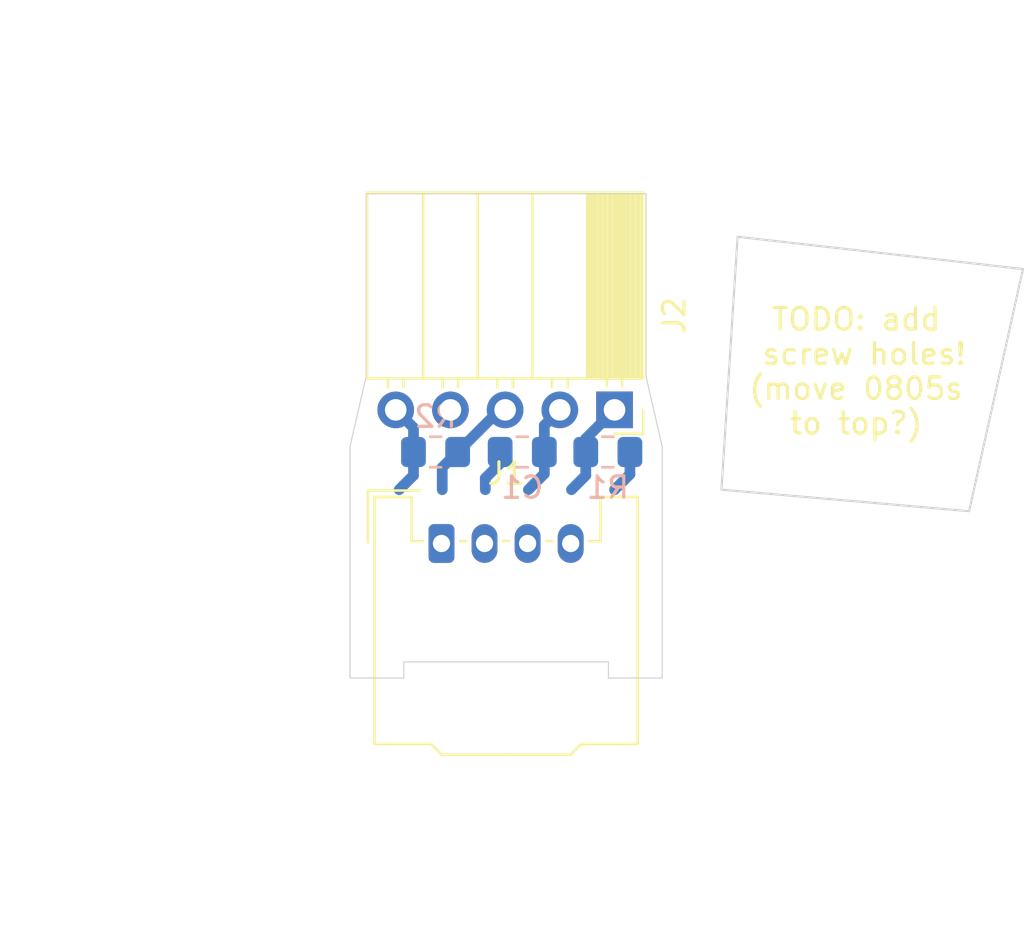
<source format=kicad_pcb>
(kicad_pcb (version 20171130) (host pcbnew "(5.1.6)-1")

  (general
    (thickness 1.6)
    (drawings 17)
    (tracks 22)
    (zones 0)
    (modules 5)
    (nets 6)
  )

  (page A4)
  (layers
    (0 F.Cu signal)
    (31 B.Cu signal)
    (32 B.Adhes user)
    (33 F.Adhes user)
    (34 B.Paste user)
    (35 F.Paste user)
    (36 B.SilkS user)
    (37 F.SilkS user)
    (38 B.Mask user)
    (39 F.Mask user)
    (40 Dwgs.User user)
    (41 Cmts.User user)
    (42 Eco1.User user)
    (43 Eco2.User user)
    (44 Edge.Cuts user)
    (45 Margin user)
    (46 B.CrtYd user)
    (47 F.CrtYd user)
    (48 B.Fab user)
    (49 F.Fab user)
  )

  (setup
    (last_trace_width 0.25)
    (user_trace_width 0.5)
    (trace_clearance 0.2)
    (zone_clearance 0.508)
    (zone_45_only no)
    (trace_min 0.2)
    (via_size 0.8)
    (via_drill 0.4)
    (via_min_size 0.4)
    (via_min_drill 0.3)
    (uvia_size 0.3)
    (uvia_drill 0.1)
    (uvias_allowed no)
    (uvia_min_size 0.2)
    (uvia_min_drill 0.1)
    (edge_width 0.05)
    (segment_width 0.2)
    (pcb_text_width 0.3)
    (pcb_text_size 1.5 1.5)
    (mod_edge_width 0.12)
    (mod_text_size 1 1)
    (mod_text_width 0.15)
    (pad_size 1.524 1.524)
    (pad_drill 0.762)
    (pad_to_mask_clearance 0.05)
    (aux_axis_origin 0 0)
    (visible_elements 7FFFFFFF)
    (pcbplotparams
      (layerselection 0x010fc_ffffffff)
      (usegerberextensions false)
      (usegerberattributes true)
      (usegerberadvancedattributes true)
      (creategerberjobfile true)
      (excludeedgelayer true)
      (linewidth 0.100000)
      (plotframeref false)
      (viasonmask false)
      (mode 1)
      (useauxorigin false)
      (hpglpennumber 1)
      (hpglpenspeed 20)
      (hpglpendiameter 15.000000)
      (psnegative false)
      (psa4output false)
      (plotreference true)
      (plotvalue true)
      (plotinvisibletext false)
      (padsonsilk false)
      (subtractmaskfromsilk false)
      (outputformat 1)
      (mirror false)
      (drillshape 1)
      (scaleselection 1)
      (outputdirectory ""))
  )

  (net 0 "")
  (net 1 /GND)
  (net 2 /channel_I)
  (net 3 /5V)
  (net 4 /A)
  (net 5 /B)

  (net_class Default "This is the default net class."
    (clearance 0.2)
    (trace_width 0.25)
    (via_dia 0.8)
    (via_drill 0.4)
    (uvia_dia 0.3)
    (uvia_drill 0.1)
    (add_net /5V)
    (add_net /A)
    (add_net /B)
    (add_net /GND)
    (add_net /channel_I)
  )

  (module FK_connectors:Molex_MicroClasp_55935-0410_1x04_P2.00mm_Horizontal_3DMODEL (layer F.Cu) (tedit 603CBB0D) (tstamp 603D21C6)
    (at 150.5 89.5)
    (descr "Molex MicroClasp Wire-to-Board System, 55935-0410, with PCB locator, 4 Pins (http://www.molex.com/pdm_docs/sd/559350210_sd.pdf), generated with kicad-footprint-generator")
    (tags "connector Molex MicroClasp horizontal")
    (path /603CD8A1)
    (fp_text reference J1 (at 3 -3.25) (layer F.SilkS)
      (effects (font (size 1 1) (thickness 0.15)))
    )
    (fp_text value molex-51382-0400-microclasp (at 3 10.9) (layer F.Fab)
      (effects (font (size 1 1) (thickness 0.15)))
    )
    (fp_text user %R (at 3 8.5) (layer F.Fab)
      (effects (font (size 1 1) (thickness 0.15)))
    )
    (fp_line (start 9.5 -2.55) (end -3.5 -2.55) (layer F.CrtYd) (width 0.05))
    (fp_line (start 9.5 10.2) (end 9.5 -2.55) (layer F.CrtYd) (width 0.05))
    (fp_line (start -3.5 10.2) (end 9.5 10.2) (layer F.CrtYd) (width 0.05))
    (fp_line (start -3.5 -2.55) (end -3.5 10.2) (layer F.CrtYd) (width 0.05))
    (fp_line (start 0 0.707107) (end 0.5 0) (layer F.Fab) (width 0.1))
    (fp_line (start -0.5 0) (end 0 0.707107) (layer F.Fab) (width 0.1))
    (fp_line (start -3.41 -2.46) (end -1 -2.46) (layer F.SilkS) (width 0.12))
    (fp_line (start -3.41 -0.05) (end -3.41 -2.46) (layer F.SilkS) (width 0.12))
    (fp_line (start 4.86 -0.11) (end 5.14 -0.11) (layer F.SilkS) (width 0.12))
    (fp_line (start 2.86 -0.11) (end 3.14 -0.11) (layer F.SilkS) (width 0.12))
    (fp_line (start 0.86 -0.11) (end 1.14 -0.11) (layer F.SilkS) (width 0.12))
    (fp_line (start 7.39 -0.11) (end 6.86 -0.11) (layer F.SilkS) (width 0.12))
    (fp_line (start 7.39 -2.16) (end 7.39 -0.11) (layer F.SilkS) (width 0.12))
    (fp_line (start 9.11 -2.16) (end 7.39 -2.16) (layer F.SilkS) (width 0.12))
    (fp_line (start 9.11 9.31) (end 9.11 -2.16) (layer F.SilkS) (width 0.12))
    (fp_line (start 6.5 9.31) (end 9.11 9.31) (layer F.SilkS) (width 0.12))
    (fp_line (start 6 9.81) (end 6.5 9.31) (layer F.SilkS) (width 0.12))
    (fp_line (start 3 9.81) (end 6 9.81) (layer F.SilkS) (width 0.12))
    (fp_line (start -1.39 -0.11) (end -0.86 -0.11) (layer F.SilkS) (width 0.12))
    (fp_line (start -1.39 -2.16) (end -1.39 -0.11) (layer F.SilkS) (width 0.12))
    (fp_line (start -3.11 -2.16) (end -1.39 -2.16) (layer F.SilkS) (width 0.12))
    (fp_line (start -3.11 9.31) (end -3.11 -2.16) (layer F.SilkS) (width 0.12))
    (fp_line (start -0.5 9.31) (end -3.11 9.31) (layer F.SilkS) (width 0.12))
    (fp_line (start 0 9.81) (end -0.5 9.31) (layer F.SilkS) (width 0.12))
    (fp_line (start 3 9.81) (end 0 9.81) (layer F.SilkS) (width 0.12))
    (fp_line (start 7.5 0) (end 3 0) (layer F.Fab) (width 0.1))
    (fp_line (start 7.5 -2.05) (end 7.5 0) (layer F.Fab) (width 0.1))
    (fp_line (start 9 -2.05) (end 7.5 -2.05) (layer F.Fab) (width 0.1))
    (fp_line (start 9 9.2) (end 9 -2.05) (layer F.Fab) (width 0.1))
    (fp_line (start 6.39 9.2) (end 9 9.2) (layer F.Fab) (width 0.1))
    (fp_line (start 5.89 9.7) (end 6.39 9.2) (layer F.Fab) (width 0.1))
    (fp_line (start 3 9.7) (end 5.89 9.7) (layer F.Fab) (width 0.1))
    (fp_line (start -1.5 0) (end 3 0) (layer F.Fab) (width 0.1))
    (fp_line (start -1.5 -2.05) (end -1.5 0) (layer F.Fab) (width 0.1))
    (fp_line (start -3 -2.05) (end -1.5 -2.05) (layer F.Fab) (width 0.1))
    (fp_line (start -3 9.2) (end -3 -2.05) (layer F.Fab) (width 0.1))
    (fp_line (start -0.39 9.2) (end -3 9.2) (layer F.Fab) (width 0.1))
    (fp_line (start 0.11 9.7) (end -0.39 9.2) (layer F.Fab) (width 0.1))
    (fp_line (start 3 9.7) (end 0.11 9.7) (layer F.Fab) (width 0.1))
    (pad 1 thru_hole roundrect (at 0 0) (size 1.2 1.8) (drill 0.8) (layers *.Cu *.Mask) (roundrect_rratio 0.208333)
      (net 1 /GND))
    (pad 2 thru_hole oval (at 2 0) (size 1.2 1.8) (drill 0.8) (layers *.Cu *.Mask)
      (net 4 /A))
    (pad 3 thru_hole oval (at 4 0) (size 1.2 1.8) (drill 0.8) (layers *.Cu *.Mask)
      (net 3 /5V))
    (pad 4 thru_hole oval (at 6 0) (size 1.2 1.8) (drill 0.8) (layers *.Cu *.Mask)
      (net 5 /B))
    (pad "" np_thru_hole circle (at 8 2.4) (size 1.2 1.2) (drill 1.2) (layers *.Cu *.Mask))
    (pad "" np_thru_hole circle (at -2 2.4) (size 1.2 1.2) (drill 1.2) (layers *.Cu *.Mask))
    (model ${KIPRJMOD}/559350430.stp
      (offset (xyz 3 2 0))
      (scale (xyz 1 1 1))
      (rotate (xyz 180 0 0))
    )
  )

  (module Resistor_SMD:R_0805_2012Metric_Pad1.15x1.40mm_HandSolder (layer B.Cu) (tedit 5B36C52B) (tstamp 603841DB)
    (at 150.225 85.25 180)
    (descr "Resistor SMD 0805 (2012 Metric), square (rectangular) end terminal, IPC_7351 nominal with elongated pad for handsoldering. (Body size source: https://docs.google.com/spreadsheets/d/1BsfQQcO9C6DZCsRaXUlFlo91Tg2WpOkGARC1WS5S8t0/edit?usp=sharing), generated with kicad-footprint-generator")
    (tags "resistor handsolder")
    (path /6038517B)
    (attr smd)
    (fp_text reference R2 (at 0 1.65) (layer B.SilkS)
      (effects (font (size 1 1) (thickness 0.15)) (justify mirror))
    )
    (fp_text value 2.7k (at 0 -1.65) (layer B.Fab)
      (effects (font (size 1 1) (thickness 0.15)) (justify mirror))
    )
    (fp_line (start -1 -0.6) (end -1 0.6) (layer B.Fab) (width 0.1))
    (fp_line (start -1 0.6) (end 1 0.6) (layer B.Fab) (width 0.1))
    (fp_line (start 1 0.6) (end 1 -0.6) (layer B.Fab) (width 0.1))
    (fp_line (start 1 -0.6) (end -1 -0.6) (layer B.Fab) (width 0.1))
    (fp_line (start -0.261252 0.71) (end 0.261252 0.71) (layer B.SilkS) (width 0.12))
    (fp_line (start -0.261252 -0.71) (end 0.261252 -0.71) (layer B.SilkS) (width 0.12))
    (fp_line (start -1.85 -0.95) (end -1.85 0.95) (layer B.CrtYd) (width 0.05))
    (fp_line (start -1.85 0.95) (end 1.85 0.95) (layer B.CrtYd) (width 0.05))
    (fp_line (start 1.85 0.95) (end 1.85 -0.95) (layer B.CrtYd) (width 0.05))
    (fp_line (start 1.85 -0.95) (end -1.85 -0.95) (layer B.CrtYd) (width 0.05))
    (fp_text user %R (at 0 0) (layer B.Fab)
      (effects (font (size 0.5 0.5) (thickness 0.08)) (justify mirror))
    )
    (pad 2 smd roundrect (at 1.025 0 180) (size 1.15 1.4) (layers B.Cu B.Paste B.Mask) (roundrect_rratio 0.217391)
      (net 1 /GND))
    (pad 1 smd roundrect (at -1.025 0 180) (size 1.15 1.4) (layers B.Cu B.Paste B.Mask) (roundrect_rratio 0.217391)
      (net 4 /A))
    (model ${KISYS3DMOD}/Resistor_SMD.3dshapes/R_0805_2012Metric.wrl
      (at (xyz 0 0 0))
      (scale (xyz 1 1 1))
      (rotate (xyz 0 0 0))
    )
  )

  (module Resistor_SMD:R_0805_2012Metric_Pad1.15x1.40mm_HandSolder (layer B.Cu) (tedit 5B36C52B) (tstamp 60384696)
    (at 158.225 85.25)
    (descr "Resistor SMD 0805 (2012 Metric), square (rectangular) end terminal, IPC_7351 nominal with elongated pad for handsoldering. (Body size source: https://docs.google.com/spreadsheets/d/1BsfQQcO9C6DZCsRaXUlFlo91Tg2WpOkGARC1WS5S8t0/edit?usp=sharing), generated with kicad-footprint-generator")
    (tags "resistor handsolder")
    (path /603847AB)
    (attr smd)
    (fp_text reference R1 (at 0 1.65) (layer B.SilkS)
      (effects (font (size 1 1) (thickness 0.15)) (justify mirror))
    )
    (fp_text value 2.7k (at 0 -1.65) (layer B.Fab)
      (effects (font (size 1 1) (thickness 0.15)) (justify mirror))
    )
    (fp_line (start -1 -0.6) (end -1 0.6) (layer B.Fab) (width 0.1))
    (fp_line (start -1 0.6) (end 1 0.6) (layer B.Fab) (width 0.1))
    (fp_line (start 1 0.6) (end 1 -0.6) (layer B.Fab) (width 0.1))
    (fp_line (start 1 -0.6) (end -1 -0.6) (layer B.Fab) (width 0.1))
    (fp_line (start -0.261252 0.71) (end 0.261252 0.71) (layer B.SilkS) (width 0.12))
    (fp_line (start -0.261252 -0.71) (end 0.261252 -0.71) (layer B.SilkS) (width 0.12))
    (fp_line (start -1.85 -0.95) (end -1.85 0.95) (layer B.CrtYd) (width 0.05))
    (fp_line (start -1.85 0.95) (end 1.85 0.95) (layer B.CrtYd) (width 0.05))
    (fp_line (start 1.85 0.95) (end 1.85 -0.95) (layer B.CrtYd) (width 0.05))
    (fp_line (start 1.85 -0.95) (end -1.85 -0.95) (layer B.CrtYd) (width 0.05))
    (fp_text user %R (at 0 0) (layer B.Fab)
      (effects (font (size 0.5 0.5) (thickness 0.08)) (justify mirror))
    )
    (pad 2 smd roundrect (at 1.025 0) (size 1.15 1.4) (layers B.Cu B.Paste B.Mask) (roundrect_rratio 0.217391)
      (net 1 /GND))
    (pad 1 smd roundrect (at -1.025 0) (size 1.15 1.4) (layers B.Cu B.Paste B.Mask) (roundrect_rratio 0.217391)
      (net 5 /B))
    (model ${KISYS3DMOD}/Resistor_SMD.3dshapes/R_0805_2012Metric.wrl
      (at (xyz 0 0 0))
      (scale (xyz 1 1 1))
      (rotate (xyz 0 0 0))
    )
  )

  (module Capacitor_SMD:C_0805_2012Metric_Pad1.15x1.40mm_HandSolder (layer B.Cu) (tedit 5B36C52B) (tstamp 603840C0)
    (at 154.25 85.25)
    (descr "Capacitor SMD 0805 (2012 Metric), square (rectangular) end terminal, IPC_7351 nominal with elongated pad for handsoldering. (Body size source: https://docs.google.com/spreadsheets/d/1BsfQQcO9C6DZCsRaXUlFlo91Tg2WpOkGARC1WS5S8t0/edit?usp=sharing), generated with kicad-footprint-generator")
    (tags "capacitor handsolder")
    (path /60384566)
    (attr smd)
    (fp_text reference C1 (at 0 1.65) (layer B.SilkS)
      (effects (font (size 1 1) (thickness 0.15)) (justify mirror))
    )
    (fp_text value 100n? (at 0 -1.65) (layer B.Fab)
      (effects (font (size 1 1) (thickness 0.15)) (justify mirror))
    )
    (fp_line (start -1 -0.6) (end -1 0.6) (layer B.Fab) (width 0.1))
    (fp_line (start -1 0.6) (end 1 0.6) (layer B.Fab) (width 0.1))
    (fp_line (start 1 0.6) (end 1 -0.6) (layer B.Fab) (width 0.1))
    (fp_line (start 1 -0.6) (end -1 -0.6) (layer B.Fab) (width 0.1))
    (fp_line (start -0.261252 0.71) (end 0.261252 0.71) (layer B.SilkS) (width 0.12))
    (fp_line (start -0.261252 -0.71) (end 0.261252 -0.71) (layer B.SilkS) (width 0.12))
    (fp_line (start -1.85 -0.95) (end -1.85 0.95) (layer B.CrtYd) (width 0.05))
    (fp_line (start -1.85 0.95) (end 1.85 0.95) (layer B.CrtYd) (width 0.05))
    (fp_line (start 1.85 0.95) (end 1.85 -0.95) (layer B.CrtYd) (width 0.05))
    (fp_line (start 1.85 -0.95) (end -1.85 -0.95) (layer B.CrtYd) (width 0.05))
    (fp_text user %R (at 0 0) (layer B.Fab)
      (effects (font (size 0.5 0.5) (thickness 0.08)) (justify mirror))
    )
    (pad 2 smd roundrect (at 1.025 0) (size 1.15 1.4) (layers B.Cu B.Paste B.Mask) (roundrect_rratio 0.217391)
      (net 3 /5V))
    (pad 1 smd roundrect (at -1.025 0) (size 1.15 1.4) (layers B.Cu B.Paste B.Mask) (roundrect_rratio 0.217391)
      (net 1 /GND))
    (model ${KISYS3DMOD}/Capacitor_SMD.3dshapes/C_0805_2012Metric.wrl
      (at (xyz 0 0 0))
      (scale (xyz 1 1 1))
      (rotate (xyz 0 0 0))
    )
  )

  (module Connector_PinSocket_2.54mm:PinSocket_1x05_P2.54mm_Horizontal (layer F.Cu) (tedit 5A19A431) (tstamp 60383473)
    (at 158.535535 83.292893 270)
    (descr "Through hole angled socket strip, 1x05, 2.54mm pitch, 8.51mm socket length, single row (from Kicad 4.0.7), script generated")
    (tags "Through hole angled socket strip THT 1x05 2.54mm single row")
    (path /6037DDA2)
    (fp_text reference J2 (at -4.38 -2.77 90) (layer F.SilkS)
      (effects (font (size 1 1) (thickness 0.15)))
    )
    (fp_text value Conn_01x05_Female (at -4.38 12.93 90) (layer F.Fab)
      (effects (font (size 1 1) (thickness 0.15)))
    )
    (fp_line (start -10.03 -1.27) (end -2.49 -1.27) (layer F.Fab) (width 0.1))
    (fp_line (start -2.49 -1.27) (end -1.52 -0.3) (layer F.Fab) (width 0.1))
    (fp_line (start -1.52 -0.3) (end -1.52 11.43) (layer F.Fab) (width 0.1))
    (fp_line (start -1.52 11.43) (end -10.03 11.43) (layer F.Fab) (width 0.1))
    (fp_line (start -10.03 11.43) (end -10.03 -1.27) (layer F.Fab) (width 0.1))
    (fp_line (start 0 -0.3) (end -1.52 -0.3) (layer F.Fab) (width 0.1))
    (fp_line (start -1.52 0.3) (end 0 0.3) (layer F.Fab) (width 0.1))
    (fp_line (start 0 0.3) (end 0 -0.3) (layer F.Fab) (width 0.1))
    (fp_line (start 0 2.24) (end -1.52 2.24) (layer F.Fab) (width 0.1))
    (fp_line (start -1.52 2.84) (end 0 2.84) (layer F.Fab) (width 0.1))
    (fp_line (start 0 2.84) (end 0 2.24) (layer F.Fab) (width 0.1))
    (fp_line (start 0 4.78) (end -1.52 4.78) (layer F.Fab) (width 0.1))
    (fp_line (start -1.52 5.38) (end 0 5.38) (layer F.Fab) (width 0.1))
    (fp_line (start 0 5.38) (end 0 4.78) (layer F.Fab) (width 0.1))
    (fp_line (start 0 7.32) (end -1.52 7.32) (layer F.Fab) (width 0.1))
    (fp_line (start -1.52 7.92) (end 0 7.92) (layer F.Fab) (width 0.1))
    (fp_line (start 0 7.92) (end 0 7.32) (layer F.Fab) (width 0.1))
    (fp_line (start 0 9.86) (end -1.52 9.86) (layer F.Fab) (width 0.1))
    (fp_line (start -1.52 10.46) (end 0 10.46) (layer F.Fab) (width 0.1))
    (fp_line (start 0 10.46) (end 0 9.86) (layer F.Fab) (width 0.1))
    (fp_line (start -10.09 -1.21) (end -1.46 -1.21) (layer F.SilkS) (width 0.12))
    (fp_line (start -10.09 -1.091905) (end -1.46 -1.091905) (layer F.SilkS) (width 0.12))
    (fp_line (start -10.09 -0.97381) (end -1.46 -0.97381) (layer F.SilkS) (width 0.12))
    (fp_line (start -10.09 -0.855715) (end -1.46 -0.855715) (layer F.SilkS) (width 0.12))
    (fp_line (start -10.09 -0.73762) (end -1.46 -0.73762) (layer F.SilkS) (width 0.12))
    (fp_line (start -10.09 -0.619525) (end -1.46 -0.619525) (layer F.SilkS) (width 0.12))
    (fp_line (start -10.09 -0.50143) (end -1.46 -0.50143) (layer F.SilkS) (width 0.12))
    (fp_line (start -10.09 -0.383335) (end -1.46 -0.383335) (layer F.SilkS) (width 0.12))
    (fp_line (start -10.09 -0.26524) (end -1.46 -0.26524) (layer F.SilkS) (width 0.12))
    (fp_line (start -10.09 -0.147145) (end -1.46 -0.147145) (layer F.SilkS) (width 0.12))
    (fp_line (start -10.09 -0.02905) (end -1.46 -0.02905) (layer F.SilkS) (width 0.12))
    (fp_line (start -10.09 0.089045) (end -1.46 0.089045) (layer F.SilkS) (width 0.12))
    (fp_line (start -10.09 0.20714) (end -1.46 0.20714) (layer F.SilkS) (width 0.12))
    (fp_line (start -10.09 0.325235) (end -1.46 0.325235) (layer F.SilkS) (width 0.12))
    (fp_line (start -10.09 0.44333) (end -1.46 0.44333) (layer F.SilkS) (width 0.12))
    (fp_line (start -10.09 0.561425) (end -1.46 0.561425) (layer F.SilkS) (width 0.12))
    (fp_line (start -10.09 0.67952) (end -1.46 0.67952) (layer F.SilkS) (width 0.12))
    (fp_line (start -10.09 0.797615) (end -1.46 0.797615) (layer F.SilkS) (width 0.12))
    (fp_line (start -10.09 0.91571) (end -1.46 0.91571) (layer F.SilkS) (width 0.12))
    (fp_line (start -10.09 1.033805) (end -1.46 1.033805) (layer F.SilkS) (width 0.12))
    (fp_line (start -10.09 1.1519) (end -1.46 1.1519) (layer F.SilkS) (width 0.12))
    (fp_line (start -1.46 -0.36) (end -1.11 -0.36) (layer F.SilkS) (width 0.12))
    (fp_line (start -1.46 0.36) (end -1.11 0.36) (layer F.SilkS) (width 0.12))
    (fp_line (start -1.46 2.18) (end -1.05 2.18) (layer F.SilkS) (width 0.12))
    (fp_line (start -1.46 2.9) (end -1.05 2.9) (layer F.SilkS) (width 0.12))
    (fp_line (start -1.46 4.72) (end -1.05 4.72) (layer F.SilkS) (width 0.12))
    (fp_line (start -1.46 5.44) (end -1.05 5.44) (layer F.SilkS) (width 0.12))
    (fp_line (start -1.46 7.26) (end -1.05 7.26) (layer F.SilkS) (width 0.12))
    (fp_line (start -1.46 7.98) (end -1.05 7.98) (layer F.SilkS) (width 0.12))
    (fp_line (start -1.46 9.8) (end -1.05 9.8) (layer F.SilkS) (width 0.12))
    (fp_line (start -1.46 10.52) (end -1.05 10.52) (layer F.SilkS) (width 0.12))
    (fp_line (start -10.09 1.27) (end -1.46 1.27) (layer F.SilkS) (width 0.12))
    (fp_line (start -10.09 3.81) (end -1.46 3.81) (layer F.SilkS) (width 0.12))
    (fp_line (start -10.09 6.35) (end -1.46 6.35) (layer F.SilkS) (width 0.12))
    (fp_line (start -10.09 8.89) (end -1.46 8.89) (layer F.SilkS) (width 0.12))
    (fp_line (start -10.09 -1.33) (end -1.46 -1.33) (layer F.SilkS) (width 0.12))
    (fp_line (start -1.46 -1.33) (end -1.46 11.49) (layer F.SilkS) (width 0.12))
    (fp_line (start -10.09 11.49) (end -1.46 11.49) (layer F.SilkS) (width 0.12))
    (fp_line (start -10.09 -1.33) (end -10.09 11.49) (layer F.SilkS) (width 0.12))
    (fp_line (start 1.11 -1.33) (end 1.11 0) (layer F.SilkS) (width 0.12))
    (fp_line (start 0 -1.33) (end 1.11 -1.33) (layer F.SilkS) (width 0.12))
    (fp_line (start 1.75 -1.75) (end -10.55 -1.75) (layer F.CrtYd) (width 0.05))
    (fp_line (start -10.55 -1.75) (end -10.55 11.95) (layer F.CrtYd) (width 0.05))
    (fp_line (start -10.55 11.95) (end 1.75 11.95) (layer F.CrtYd) (width 0.05))
    (fp_line (start 1.75 11.95) (end 1.75 -1.75) (layer F.CrtYd) (width 0.05))
    (fp_text user %R (at -5.775 5.08) (layer F.Fab)
      (effects (font (size 1 1) (thickness 0.15)))
    )
    (pad 5 thru_hole oval (at 0 10.16 270) (size 1.7 1.7) (drill 1) (layers *.Cu *.Mask)
      (net 1 /GND))
    (pad 4 thru_hole oval (at 0 7.62 270) (size 1.7 1.7) (drill 1) (layers *.Cu *.Mask)
      (net 2 /channel_I))
    (pad 3 thru_hole oval (at 0 5.08 270) (size 1.7 1.7) (drill 1) (layers *.Cu *.Mask)
      (net 4 /A))
    (pad 2 thru_hole oval (at 0 2.54 270) (size 1.7 1.7) (drill 1) (layers *.Cu *.Mask)
      (net 3 /5V))
    (pad 1 thru_hole rect (at 0 0 270) (size 1.7 1.7) (drill 1) (layers *.Cu *.Mask)
      (net 5 /B))
    (model ${KISYS3DMOD}/Connector_PinSocket_2.54mm.3dshapes/PinSocket_1x05_P2.54mm_Horizontal.wrl
      (at (xyz 0 0 0))
      (scale (xyz 1 1 1))
      (rotate (xyz 0 0 0))
    )
  )

  (gr_text "TODO: add\n screw holes!\n (move 0805s \nto top?)" (at 169.75 81.5) (layer F.SilkS)
    (effects (font (size 1 1) (thickness 0.15)))
  )
  (gr_line (start 164.25 75.25) (end 177.5 76.75) (layer Edge.Cuts) (width 0.1))
  (gr_line (start 163.5 87) (end 164.25 75.25) (layer Edge.Cuts) (width 0.1))
  (gr_line (start 175 88) (end 163.5 87) (layer Edge.Cuts) (width 0.1))
  (gr_line (start 177.5 76.75) (end 175 88) (layer Edge.Cuts) (width 0.1))
  (gr_line (start 160 73.25) (end 147 73.25) (layer Edge.Cuts) (width 0.05) (tstamp 603872AB))
  (gr_line (start 160 81.75) (end 160 73.25) (layer Edge.Cuts) (width 0.05))
  (gr_line (start 160.75 85) (end 160 81.75) (layer Edge.Cuts) (width 0.05))
  (gr_line (start 160.75 95.75) (end 160.75 85) (layer Edge.Cuts) (width 0.05))
  (gr_line (start 158.25 95.75) (end 160.75 95.75) (layer Edge.Cuts) (width 0.05))
  (gr_line (start 158.25 95) (end 158.25 95.75) (layer Edge.Cuts) (width 0.05))
  (gr_line (start 148.75 95) (end 158.25 95) (layer Edge.Cuts) (width 0.05))
  (gr_line (start 148.75 95.75) (end 148.75 95) (layer Edge.Cuts) (width 0.05))
  (gr_line (start 146.25 95.75) (end 148.75 95.75) (layer Edge.Cuts) (width 0.05))
  (gr_line (start 146.25 85) (end 146.25 95.75) (layer Edge.Cuts) (width 0.05))
  (gr_line (start 147 81.75) (end 146.25 85) (layer Edge.Cuts) (width 0.05))
  (gr_line (start 147 73.25) (end 147 81.75) (layer Edge.Cuts) (width 0.05))

  (segment (start 148.535534 83.452892) (end 148.375535 83.292893) (width 0.5) (layer B.Cu) (net 1))
  (segment (start 149.2 86.335534) (end 148.535534 87) (width 0.5) (layer B.Cu) (net 1))
  (segment (start 149.2 85.25) (end 149.2 86.335534) (width 0.5) (layer B.Cu) (net 1))
  (segment (start 149.2 84.117358) (end 148.375535 83.292893) (width 0.5) (layer B.Cu) (net 1))
  (segment (start 149.2 85.25) (end 149.2 84.117358) (width 0.5) (layer B.Cu) (net 1))
  (segment (start 152.535534 87) (end 152.535534 86.464466) (width 0.5) (layer B.Cu) (net 1))
  (segment (start 153.225 85.775) (end 153.225 85.25) (width 0.5) (layer B.Cu) (net 1))
  (segment (start 152.535534 86.464466) (end 153.225 85.775) (width 0.5) (layer B.Cu) (net 1))
  (segment (start 159.25 86.285534) (end 158.535534 87) (width 0.5) (layer B.Cu) (net 1))
  (segment (start 159.25 85.25) (end 159.25 86.285534) (width 0.5) (layer B.Cu) (net 1))
  (segment (start 150.535534 85.964466) (end 151.25 85.25) (width 0.5) (layer B.Cu) (net 4))
  (segment (start 150.535534 87) (end 150.535534 85.964466) (width 0.5) (layer B.Cu) (net 4))
  (segment (start 153.207107 83.292893) (end 153.455535 83.292893) (width 0.5) (layer B.Cu) (net 4))
  (segment (start 151.25 85.25) (end 153.207107 83.292893) (width 0.5) (layer B.Cu) (net 4))
  (segment (start 155.275 86.260534) (end 154.535534 87) (width 0.5) (layer B.Cu) (net 3))
  (segment (start 155.275 85.25) (end 155.275 86.260534) (width 0.5) (layer B.Cu) (net 3))
  (segment (start 155.275 84.013428) (end 155.995535 83.292893) (width 0.5) (layer B.Cu) (net 3))
  (segment (start 155.275 85.25) (end 155.275 84.013428) (width 0.5) (layer B.Cu) (net 3))
  (segment (start 157.2 86.335534) (end 156.535534 87) (width 0.5) (layer B.Cu) (net 5))
  (segment (start 157.2 85.25) (end 157.2 86.335534) (width 0.5) (layer B.Cu) (net 5))
  (segment (start 157.2 84.628428) (end 158.535535 83.292893) (width 0.5) (layer B.Cu) (net 5))
  (segment (start 157.2 85.25) (end 157.2 84.628428) (width 0.5) (layer B.Cu) (net 5))

  (zone (net 1) (net_name /GND) (layer F.Cu) (tstamp 0) (hatch edge 0.508)
    (connect_pads (clearance 0.508))
    (min_thickness 0.254)
    (fill (arc_segments 32) (thermal_gap 0.508) (thermal_bridge_width 0.508))
    (polygon
      (pts
        (xy 174 102) (xy 130 102) (xy 130 67.5) (xy 174 67.5)
      )
    )
  )
  (zone (net 1) (net_name /GND) (layer B.Cu) (tstamp 0) (hatch edge 0.508)
    (connect_pads (clearance 0.508))
    (min_thickness 0.254)
    (fill (arc_segments 32) (thermal_gap 0.508) (thermal_bridge_width 0.508))
    (polygon
      (pts
        (xy 172.5 107.25) (xy 134.25 107.25) (xy 134.25 64.25) (xy 172.5 64.25)
      )
    )
  )
)

</source>
